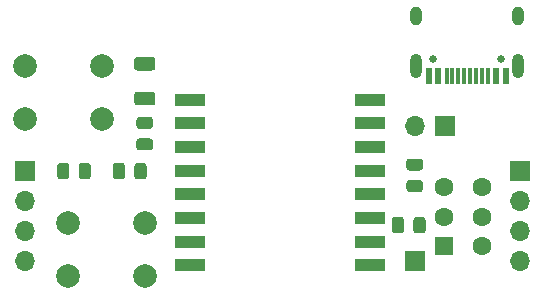
<source format=gts>
%TF.GenerationSoftware,KiCad,Pcbnew,(5.1.9-0-10_14)*%
%TF.CreationDate,2021-03-23T08:30:50+08:00*%
%TF.ProjectId,Kernel,4b65726e-656c-42e6-9b69-6361645f7063,rev?*%
%TF.SameCoordinates,Original*%
%TF.FileFunction,Soldermask,Top*%
%TF.FilePolarity,Negative*%
%FSLAX46Y46*%
G04 Gerber Fmt 4.6, Leading zero omitted, Abs format (unit mm)*
G04 Created by KiCad (PCBNEW (5.1.9-0-10_14)) date 2021-03-23 08:30:50*
%MOMM*%
%LPD*%
G01*
G04 APERTURE LIST*
%ADD10R,1.700000X1.700000*%
%ADD11R,2.500000X1.000000*%
%ADD12R,0.600000X1.450000*%
%ADD13R,0.300000X1.450000*%
%ADD14O,1.000000X2.100000*%
%ADD15C,0.650000*%
%ADD16O,1.000000X1.600000*%
%ADD17O,1.700000X1.700000*%
%ADD18C,2.000000*%
%ADD19C,1.600000*%
%ADD20R,1.600000X1.600000*%
G04 APERTURE END LIST*
D10*
%TO.C,J5*%
X109220000Y-53340000D03*
%TD*%
D11*
%TO.C,U1*%
X105390000Y-39680000D03*
X105390000Y-41680000D03*
X105390000Y-43680000D03*
X105390000Y-45680000D03*
X105390000Y-47680000D03*
X105390000Y-49680000D03*
X105390000Y-51680000D03*
X105390000Y-53680000D03*
X90190000Y-53680000D03*
X90190000Y-51680000D03*
X90190000Y-49680000D03*
X90190000Y-47680000D03*
X90190000Y-45680000D03*
X90190000Y-43680000D03*
X90190000Y-41680000D03*
X90190000Y-39680000D03*
%TD*%
D12*
%TO.C,J1*%
X110415000Y-37700000D03*
X111215000Y-37700000D03*
X116115000Y-37700000D03*
X116915000Y-37700000D03*
X116915000Y-37700000D03*
X116115000Y-37700000D03*
X111215000Y-37700000D03*
X110415000Y-37700000D03*
D13*
X115415000Y-37700000D03*
X114915000Y-37700000D03*
X114415000Y-37700000D03*
X113415000Y-37700000D03*
X112915000Y-37700000D03*
X112415000Y-37700000D03*
X111915000Y-37700000D03*
X113915000Y-37700000D03*
D14*
X109345000Y-36785000D03*
X117985000Y-36785000D03*
D15*
X116555000Y-36255000D03*
D16*
X117985000Y-32605000D03*
D15*
X110775000Y-36255000D03*
D16*
X109345000Y-32605000D03*
%TD*%
D17*
%TO.C,J4*%
X109220000Y-41910000D03*
D10*
X111760000Y-41910000D03*
%TD*%
D18*
%TO.C,SW3*%
X79860000Y-54610000D03*
X79860000Y-50110000D03*
X86360000Y-54610000D03*
X86360000Y-50110000D03*
%TD*%
%TO.C,SW2*%
X82700000Y-36830000D03*
X82700000Y-41330000D03*
X76200000Y-36830000D03*
X76200000Y-41330000D03*
%TD*%
%TO.C,R5*%
G36*
G01*
X79967500Y-45269998D02*
X79967500Y-46170002D01*
G75*
G02*
X79717502Y-46420000I-249998J0D01*
G01*
X79192498Y-46420000D01*
G75*
G02*
X78942500Y-46170002I0J249998D01*
G01*
X78942500Y-45269998D01*
G75*
G02*
X79192498Y-45020000I249998J0D01*
G01*
X79717502Y-45020000D01*
G75*
G02*
X79967500Y-45269998I0J-249998D01*
G01*
G37*
G36*
G01*
X81792500Y-45269998D02*
X81792500Y-46170002D01*
G75*
G02*
X81542502Y-46420000I-249998J0D01*
G01*
X81017498Y-46420000D01*
G75*
G02*
X80767500Y-46170002I0J249998D01*
G01*
X80767500Y-45269998D01*
G75*
G02*
X81017498Y-45020000I249998J0D01*
G01*
X81542502Y-45020000D01*
G75*
G02*
X81792500Y-45269998I0J-249998D01*
G01*
G37*
%TD*%
D17*
%TO.C,J3*%
X118110000Y-53340000D03*
X118110000Y-50800000D03*
X118110000Y-48260000D03*
D10*
X118110000Y-45720000D03*
%TD*%
D17*
%TO.C,J2*%
X76200000Y-53340000D03*
X76200000Y-50800000D03*
X76200000Y-48260000D03*
D10*
X76200000Y-45720000D03*
%TD*%
D19*
%TO.C,SW1*%
X114935000Y-47070000D03*
X114935000Y-49570000D03*
X114935000Y-52070000D03*
X111735000Y-47070000D03*
X111735000Y-49570000D03*
D20*
X111735000Y-52070000D03*
%TD*%
%TO.C,R4*%
G36*
G01*
X85909998Y-42945000D02*
X86810002Y-42945000D01*
G75*
G02*
X87060000Y-43194998I0J-249998D01*
G01*
X87060000Y-43720002D01*
G75*
G02*
X86810002Y-43970000I-249998J0D01*
G01*
X85909998Y-43970000D01*
G75*
G02*
X85660000Y-43720002I0J249998D01*
G01*
X85660000Y-43194998D01*
G75*
G02*
X85909998Y-42945000I249998J0D01*
G01*
G37*
G36*
G01*
X85909998Y-41120000D02*
X86810002Y-41120000D01*
G75*
G02*
X87060000Y-41369998I0J-249998D01*
G01*
X87060000Y-41895002D01*
G75*
G02*
X86810002Y-42145000I-249998J0D01*
G01*
X85909998Y-42145000D01*
G75*
G02*
X85660000Y-41895002I0J249998D01*
G01*
X85660000Y-41369998D01*
G75*
G02*
X85909998Y-41120000I249998J0D01*
G01*
G37*
%TD*%
%TO.C,R3*%
G36*
G01*
X85490000Y-46170002D02*
X85490000Y-45269998D01*
G75*
G02*
X85739998Y-45020000I249998J0D01*
G01*
X86265002Y-45020000D01*
G75*
G02*
X86515000Y-45269998I0J-249998D01*
G01*
X86515000Y-46170002D01*
G75*
G02*
X86265002Y-46420000I-249998J0D01*
G01*
X85739998Y-46420000D01*
G75*
G02*
X85490000Y-46170002I0J249998D01*
G01*
G37*
G36*
G01*
X83665000Y-46170002D02*
X83665000Y-45269998D01*
G75*
G02*
X83914998Y-45020000I249998J0D01*
G01*
X84440002Y-45020000D01*
G75*
G02*
X84690000Y-45269998I0J-249998D01*
G01*
X84690000Y-46170002D01*
G75*
G02*
X84440002Y-46420000I-249998J0D01*
G01*
X83914998Y-46420000D01*
G75*
G02*
X83665000Y-46170002I0J249998D01*
G01*
G37*
%TD*%
%TO.C,R2*%
G36*
G01*
X108312000Y-49841998D02*
X108312000Y-50742002D01*
G75*
G02*
X108062002Y-50992000I-249998J0D01*
G01*
X107536998Y-50992000D01*
G75*
G02*
X107287000Y-50742002I0J249998D01*
G01*
X107287000Y-49841998D01*
G75*
G02*
X107536998Y-49592000I249998J0D01*
G01*
X108062002Y-49592000D01*
G75*
G02*
X108312000Y-49841998I0J-249998D01*
G01*
G37*
G36*
G01*
X110137000Y-49841998D02*
X110137000Y-50742002D01*
G75*
G02*
X109887002Y-50992000I-249998J0D01*
G01*
X109361998Y-50992000D01*
G75*
G02*
X109112000Y-50742002I0J249998D01*
G01*
X109112000Y-49841998D01*
G75*
G02*
X109361998Y-49592000I249998J0D01*
G01*
X109887002Y-49592000D01*
G75*
G02*
X110137000Y-49841998I0J-249998D01*
G01*
G37*
%TD*%
%TO.C,R1*%
G36*
G01*
X108769998Y-46477500D02*
X109670002Y-46477500D01*
G75*
G02*
X109920000Y-46727498I0J-249998D01*
G01*
X109920000Y-47252502D01*
G75*
G02*
X109670002Y-47502500I-249998J0D01*
G01*
X108769998Y-47502500D01*
G75*
G02*
X108520000Y-47252502I0J249998D01*
G01*
X108520000Y-46727498D01*
G75*
G02*
X108769998Y-46477500I249998J0D01*
G01*
G37*
G36*
G01*
X108769998Y-44652500D02*
X109670002Y-44652500D01*
G75*
G02*
X109920000Y-44902498I0J-249998D01*
G01*
X109920000Y-45427502D01*
G75*
G02*
X109670002Y-45677500I-249998J0D01*
G01*
X108769998Y-45677500D01*
G75*
G02*
X108520000Y-45427502I0J249998D01*
G01*
X108520000Y-44902498D01*
G75*
G02*
X108769998Y-44652500I249998J0D01*
G01*
G37*
%TD*%
%TO.C,C1*%
G36*
G01*
X87010001Y-37200000D02*
X85709999Y-37200000D01*
G75*
G02*
X85460000Y-36950001I0J249999D01*
G01*
X85460000Y-36299999D01*
G75*
G02*
X85709999Y-36050000I249999J0D01*
G01*
X87010001Y-36050000D01*
G75*
G02*
X87260000Y-36299999I0J-249999D01*
G01*
X87260000Y-36950001D01*
G75*
G02*
X87010001Y-37200000I-249999J0D01*
G01*
G37*
G36*
G01*
X87010001Y-40150000D02*
X85709999Y-40150000D01*
G75*
G02*
X85460000Y-39900001I0J249999D01*
G01*
X85460000Y-39249999D01*
G75*
G02*
X85709999Y-39000000I249999J0D01*
G01*
X87010001Y-39000000D01*
G75*
G02*
X87260000Y-39249999I0J-249999D01*
G01*
X87260000Y-39900001D01*
G75*
G02*
X87010001Y-40150000I-249999J0D01*
G01*
G37*
%TD*%
M02*

</source>
